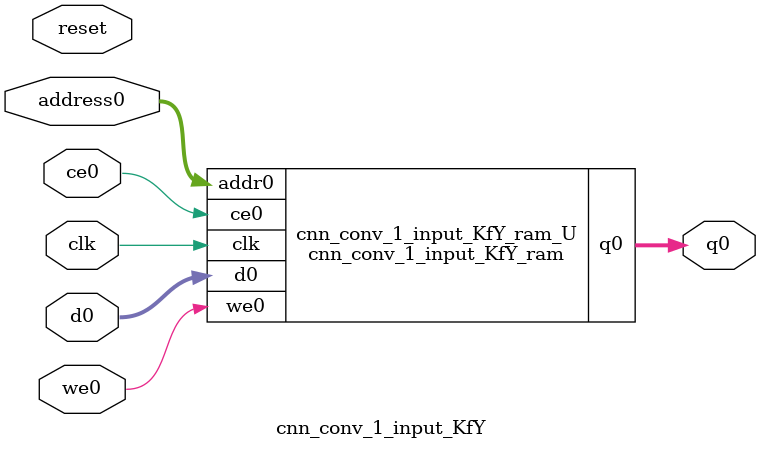
<source format=v>
`timescale 1 ns / 1 ps
module cnn_conv_1_input_KfY_ram (addr0, ce0, d0, we0, q0,  clk);

parameter DWIDTH = 14;
parameter AWIDTH = 7;
parameter MEM_SIZE = 81;

input[AWIDTH-1:0] addr0;
input ce0;
input[DWIDTH-1:0] d0;
input we0;
output reg[DWIDTH-1:0] q0;
input clk;

(* ram_style = "block" *)reg [DWIDTH-1:0] ram[0:MEM_SIZE-1];




always @(posedge clk)  
begin 
    if (ce0) 
    begin
        if (we0) 
        begin 
            ram[addr0] <= d0; 
        end 
        q0 <= ram[addr0];
    end
end


endmodule

`timescale 1 ns / 1 ps
module cnn_conv_1_input_KfY(
    reset,
    clk,
    address0,
    ce0,
    we0,
    d0,
    q0);

parameter DataWidth = 32'd14;
parameter AddressRange = 32'd81;
parameter AddressWidth = 32'd7;
input reset;
input clk;
input[AddressWidth - 1:0] address0;
input ce0;
input we0;
input[DataWidth - 1:0] d0;
output[DataWidth - 1:0] q0;



cnn_conv_1_input_KfY_ram cnn_conv_1_input_KfY_ram_U(
    .clk( clk ),
    .addr0( address0 ),
    .ce0( ce0 ),
    .we0( we0 ),
    .d0( d0 ),
    .q0( q0 ));

endmodule


</source>
